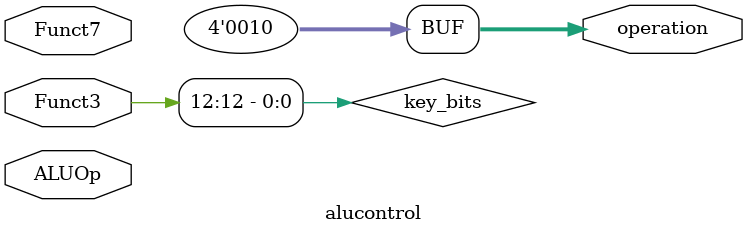
<source format=v>
module alucontrol#(parameter delay = 100)(input [1:0] ALUOp,input [31:25] Funct7,input [14:12] Funct3,output reg [3:0] operation);
    
    assign key_bits = {ALUOp, Funct7[30], Funct3};
    
    always @(key_bits) begin
      operation = 4'bz;

      casex(key_bits)
        6'b00xxxx: operation = 4'b0010;
        6'bx1xxxx: operation = 4'b0110;
        6'b1x0000: operation = 4'b0010;
        6'b1x1000: operation = 4'b0110;
        6'b1x0111: operation = 4'b0000;
        6'b1x0110: operation = 4'b0001;
      endcase
    end
  
endmodule

</source>
